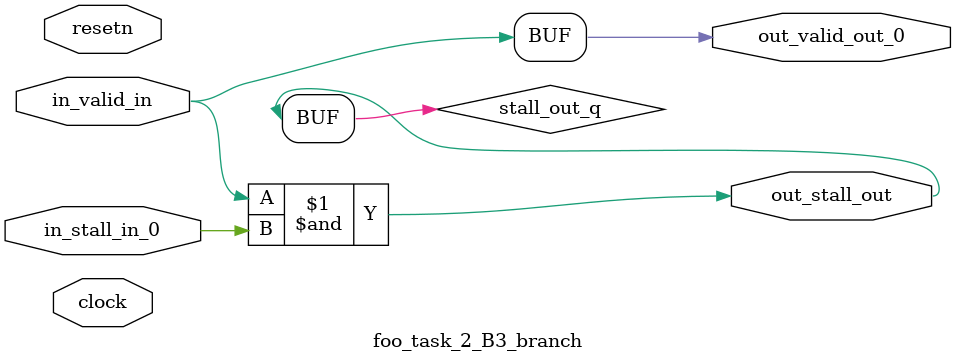
<source format=sv>



(* altera_attribute = "-name AUTO_SHIFT_REGISTER_RECOGNITION OFF; -name MESSAGE_DISABLE 10036; -name MESSAGE_DISABLE 10037; -name MESSAGE_DISABLE 14130; -name MESSAGE_DISABLE 14320; -name MESSAGE_DISABLE 15400; -name MESSAGE_DISABLE 14130; -name MESSAGE_DISABLE 10036; -name MESSAGE_DISABLE 12020; -name MESSAGE_DISABLE 12030; -name MESSAGE_DISABLE 12010; -name MESSAGE_DISABLE 12110; -name MESSAGE_DISABLE 14320; -name MESSAGE_DISABLE 13410; -name MESSAGE_DISABLE 113007; -name MESSAGE_DISABLE 10958" *)
module foo_task_2_B3_branch (
    input wire [0:0] in_stall_in_0,
    input wire [0:0] in_valid_in,
    output wire [0:0] out_stall_out,
    output wire [0:0] out_valid_out_0,
    input wire clock,
    input wire resetn
    );

    wire [0:0] stall_out_q;


    // stall_out(LOGICAL,6)
    assign stall_out_q = in_valid_in & in_stall_in_0;

    // out_stall_out(GPOUT,4)
    assign out_stall_out = stall_out_q;

    // out_valid_out_0(GPOUT,5)
    assign out_valid_out_0 = in_valid_in;

endmodule

</source>
